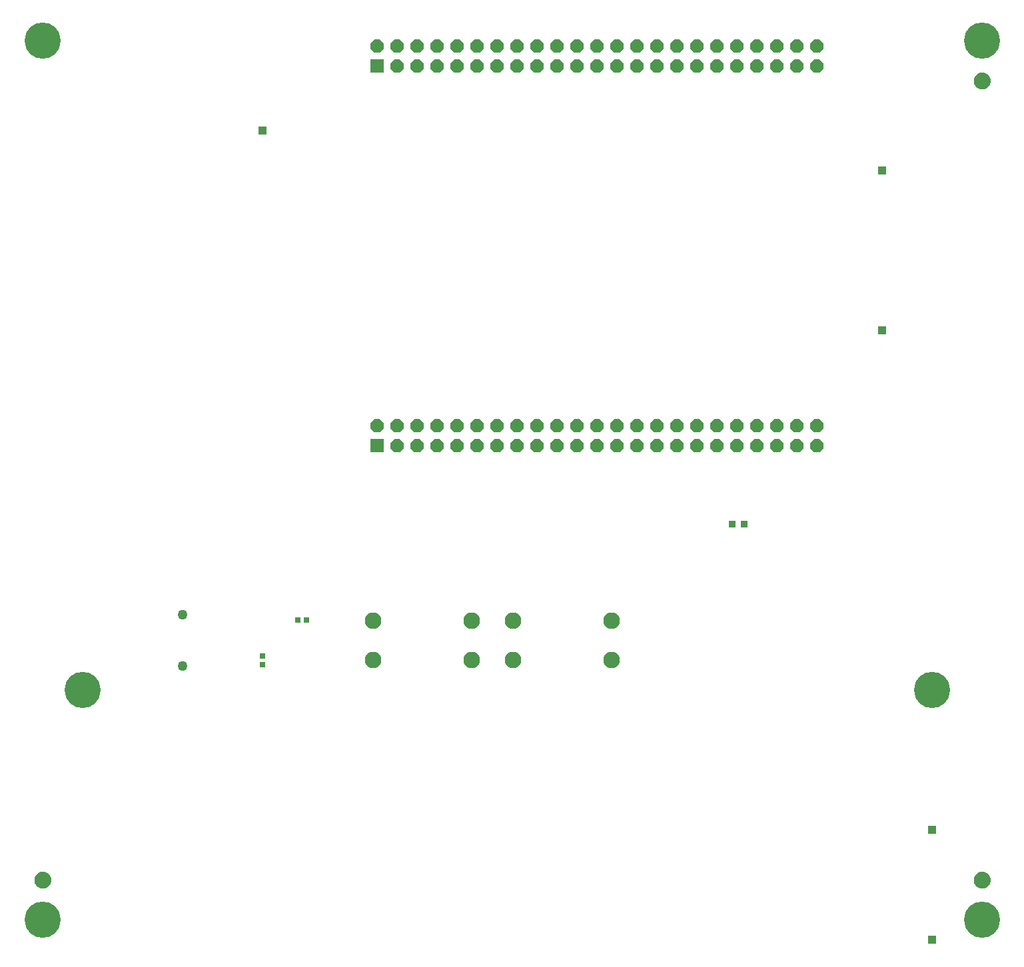
<source format=gbr>
G04 EAGLE Gerber RS-274X export*
G75*
%MOMM*%
%FSLAX34Y34*%
%LPD*%
%INSoldermask Top*%
%IPPOS*%
%AMOC8*
5,1,8,0,0,1.08239X$1,22.5*%
G01*
%ADD10R,1.676400X1.676400*%
%ADD11P,1.814519X8X22.500000*%
%ADD12R,1.057200X1.057200*%
%ADD13C,2.112400*%
%ADD14C,1.272400*%
%ADD15R,0.660400X0.762000*%
%ADD16R,0.762000X0.660400*%
%ADD17R,0.952400X0.952400*%
%ADD18C,4.597400*%
%ADD19C,0.609600*%
%ADD20C,1.168400*%


D10*
X476250Y1136650D03*
D11*
X476250Y1162050D03*
X501650Y1136650D03*
X501650Y1162050D03*
X527050Y1136650D03*
X527050Y1162050D03*
X552450Y1136650D03*
X552450Y1162050D03*
X577850Y1136650D03*
X577850Y1162050D03*
X603250Y1136650D03*
X603250Y1162050D03*
X628650Y1136650D03*
X628650Y1162050D03*
X654050Y1136650D03*
X654050Y1162050D03*
X679450Y1136650D03*
X679450Y1162050D03*
X704850Y1136650D03*
X704850Y1162050D03*
X730250Y1136650D03*
X730250Y1162050D03*
X755650Y1136650D03*
X755650Y1162050D03*
X781050Y1136650D03*
X781050Y1162050D03*
X806450Y1136650D03*
X806450Y1162050D03*
X831850Y1136650D03*
X831850Y1162050D03*
X857250Y1136650D03*
X857250Y1162050D03*
X882650Y1136650D03*
X882650Y1162050D03*
X908050Y1136650D03*
X908050Y1162050D03*
X933450Y1136650D03*
X933450Y1162050D03*
X958850Y1136650D03*
X958850Y1162050D03*
X984250Y1136650D03*
X984250Y1162050D03*
X1009650Y1136650D03*
X1009650Y1162050D03*
X1035050Y1136650D03*
X1035050Y1162050D03*
D10*
X476250Y654050D03*
D11*
X476250Y679450D03*
X501650Y654050D03*
X501650Y679450D03*
X527050Y654050D03*
X527050Y679450D03*
X552450Y654050D03*
X552450Y679450D03*
X577850Y654050D03*
X577850Y679450D03*
X603250Y654050D03*
X603250Y679450D03*
X628650Y654050D03*
X628650Y679450D03*
X654050Y654050D03*
X654050Y679450D03*
X679450Y654050D03*
X679450Y679450D03*
X704850Y654050D03*
X704850Y679450D03*
X730250Y654050D03*
X730250Y679450D03*
X755650Y654050D03*
X755650Y679450D03*
X781050Y654050D03*
X781050Y679450D03*
X806450Y654050D03*
X806450Y679450D03*
X831850Y654050D03*
X831850Y679450D03*
X857250Y654050D03*
X857250Y679450D03*
X882650Y654050D03*
X882650Y679450D03*
X908050Y654050D03*
X908050Y679450D03*
X933450Y654050D03*
X933450Y679450D03*
X958850Y654050D03*
X958850Y679450D03*
X984250Y654050D03*
X984250Y679450D03*
X1009650Y654050D03*
X1009650Y679450D03*
X1035050Y654050D03*
X1035050Y679450D03*
D12*
X330200Y1054100D03*
X1117600Y1003300D03*
X1117600Y800100D03*
X1181100Y165100D03*
X1181100Y25400D03*
D13*
X595900Y431400D03*
X595900Y381400D03*
X470900Y381400D03*
X470900Y431400D03*
X773700Y431400D03*
X773700Y381400D03*
X648700Y381400D03*
X648700Y431400D03*
D14*
X228600Y438900D03*
X228600Y373900D03*
D15*
X330200Y375412D03*
X330200Y386588D03*
D16*
X386588Y431800D03*
X375412Y431800D03*
D17*
X927220Y553720D03*
X942220Y553720D03*
D18*
X1181100Y342900D03*
X101600Y342900D03*
X50800Y50800D03*
X1244600Y50800D03*
X50800Y1168400D03*
X1244600Y1168400D03*
D19*
X43180Y101600D02*
X43182Y101787D01*
X43189Y101974D01*
X43201Y102161D01*
X43217Y102347D01*
X43237Y102533D01*
X43262Y102718D01*
X43292Y102903D01*
X43326Y103087D01*
X43365Y103270D01*
X43408Y103452D01*
X43456Y103632D01*
X43508Y103812D01*
X43565Y103990D01*
X43625Y104167D01*
X43691Y104342D01*
X43760Y104516D01*
X43834Y104688D01*
X43912Y104858D01*
X43994Y105026D01*
X44080Y105192D01*
X44170Y105356D01*
X44264Y105517D01*
X44362Y105677D01*
X44464Y105833D01*
X44570Y105988D01*
X44680Y106139D01*
X44793Y106288D01*
X44910Y106434D01*
X45030Y106577D01*
X45154Y106717D01*
X45281Y106854D01*
X45412Y106988D01*
X45546Y107119D01*
X45683Y107246D01*
X45823Y107370D01*
X45966Y107490D01*
X46112Y107607D01*
X46261Y107720D01*
X46412Y107830D01*
X46567Y107936D01*
X46723Y108038D01*
X46883Y108136D01*
X47044Y108230D01*
X47208Y108320D01*
X47374Y108406D01*
X47542Y108488D01*
X47712Y108566D01*
X47884Y108640D01*
X48058Y108709D01*
X48233Y108775D01*
X48410Y108835D01*
X48588Y108892D01*
X48768Y108944D01*
X48948Y108992D01*
X49130Y109035D01*
X49313Y109074D01*
X49497Y109108D01*
X49682Y109138D01*
X49867Y109163D01*
X50053Y109183D01*
X50239Y109199D01*
X50426Y109211D01*
X50613Y109218D01*
X50800Y109220D01*
X50987Y109218D01*
X51174Y109211D01*
X51361Y109199D01*
X51547Y109183D01*
X51733Y109163D01*
X51918Y109138D01*
X52103Y109108D01*
X52287Y109074D01*
X52470Y109035D01*
X52652Y108992D01*
X52832Y108944D01*
X53012Y108892D01*
X53190Y108835D01*
X53367Y108775D01*
X53542Y108709D01*
X53716Y108640D01*
X53888Y108566D01*
X54058Y108488D01*
X54226Y108406D01*
X54392Y108320D01*
X54556Y108230D01*
X54717Y108136D01*
X54877Y108038D01*
X55033Y107936D01*
X55188Y107830D01*
X55339Y107720D01*
X55488Y107607D01*
X55634Y107490D01*
X55777Y107370D01*
X55917Y107246D01*
X56054Y107119D01*
X56188Y106988D01*
X56319Y106854D01*
X56446Y106717D01*
X56570Y106577D01*
X56690Y106434D01*
X56807Y106288D01*
X56920Y106139D01*
X57030Y105988D01*
X57136Y105833D01*
X57238Y105677D01*
X57336Y105517D01*
X57430Y105356D01*
X57520Y105192D01*
X57606Y105026D01*
X57688Y104858D01*
X57766Y104688D01*
X57840Y104516D01*
X57909Y104342D01*
X57975Y104167D01*
X58035Y103990D01*
X58092Y103812D01*
X58144Y103632D01*
X58192Y103452D01*
X58235Y103270D01*
X58274Y103087D01*
X58308Y102903D01*
X58338Y102718D01*
X58363Y102533D01*
X58383Y102347D01*
X58399Y102161D01*
X58411Y101974D01*
X58418Y101787D01*
X58420Y101600D01*
X58418Y101413D01*
X58411Y101226D01*
X58399Y101039D01*
X58383Y100853D01*
X58363Y100667D01*
X58338Y100482D01*
X58308Y100297D01*
X58274Y100113D01*
X58235Y99930D01*
X58192Y99748D01*
X58144Y99568D01*
X58092Y99388D01*
X58035Y99210D01*
X57975Y99033D01*
X57909Y98858D01*
X57840Y98684D01*
X57766Y98512D01*
X57688Y98342D01*
X57606Y98174D01*
X57520Y98008D01*
X57430Y97844D01*
X57336Y97683D01*
X57238Y97523D01*
X57136Y97367D01*
X57030Y97212D01*
X56920Y97061D01*
X56807Y96912D01*
X56690Y96766D01*
X56570Y96623D01*
X56446Y96483D01*
X56319Y96346D01*
X56188Y96212D01*
X56054Y96081D01*
X55917Y95954D01*
X55777Y95830D01*
X55634Y95710D01*
X55488Y95593D01*
X55339Y95480D01*
X55188Y95370D01*
X55033Y95264D01*
X54877Y95162D01*
X54717Y95064D01*
X54556Y94970D01*
X54392Y94880D01*
X54226Y94794D01*
X54058Y94712D01*
X53888Y94634D01*
X53716Y94560D01*
X53542Y94491D01*
X53367Y94425D01*
X53190Y94365D01*
X53012Y94308D01*
X52832Y94256D01*
X52652Y94208D01*
X52470Y94165D01*
X52287Y94126D01*
X52103Y94092D01*
X51918Y94062D01*
X51733Y94037D01*
X51547Y94017D01*
X51361Y94001D01*
X51174Y93989D01*
X50987Y93982D01*
X50800Y93980D01*
X50613Y93982D01*
X50426Y93989D01*
X50239Y94001D01*
X50053Y94017D01*
X49867Y94037D01*
X49682Y94062D01*
X49497Y94092D01*
X49313Y94126D01*
X49130Y94165D01*
X48948Y94208D01*
X48768Y94256D01*
X48588Y94308D01*
X48410Y94365D01*
X48233Y94425D01*
X48058Y94491D01*
X47884Y94560D01*
X47712Y94634D01*
X47542Y94712D01*
X47374Y94794D01*
X47208Y94880D01*
X47044Y94970D01*
X46883Y95064D01*
X46723Y95162D01*
X46567Y95264D01*
X46412Y95370D01*
X46261Y95480D01*
X46112Y95593D01*
X45966Y95710D01*
X45823Y95830D01*
X45683Y95954D01*
X45546Y96081D01*
X45412Y96212D01*
X45281Y96346D01*
X45154Y96483D01*
X45030Y96623D01*
X44910Y96766D01*
X44793Y96912D01*
X44680Y97061D01*
X44570Y97212D01*
X44464Y97367D01*
X44362Y97523D01*
X44264Y97683D01*
X44170Y97844D01*
X44080Y98008D01*
X43994Y98174D01*
X43912Y98342D01*
X43834Y98512D01*
X43760Y98684D01*
X43691Y98858D01*
X43625Y99033D01*
X43565Y99210D01*
X43508Y99388D01*
X43456Y99568D01*
X43408Y99748D01*
X43365Y99930D01*
X43326Y100113D01*
X43292Y100297D01*
X43262Y100482D01*
X43237Y100667D01*
X43217Y100853D01*
X43201Y101039D01*
X43189Y101226D01*
X43182Y101413D01*
X43180Y101600D01*
D20*
X50800Y101600D03*
D19*
X1236980Y101600D02*
X1236982Y101787D01*
X1236989Y101974D01*
X1237001Y102161D01*
X1237017Y102347D01*
X1237037Y102533D01*
X1237062Y102718D01*
X1237092Y102903D01*
X1237126Y103087D01*
X1237165Y103270D01*
X1237208Y103452D01*
X1237256Y103632D01*
X1237308Y103812D01*
X1237365Y103990D01*
X1237425Y104167D01*
X1237491Y104342D01*
X1237560Y104516D01*
X1237634Y104688D01*
X1237712Y104858D01*
X1237794Y105026D01*
X1237880Y105192D01*
X1237970Y105356D01*
X1238064Y105517D01*
X1238162Y105677D01*
X1238264Y105833D01*
X1238370Y105988D01*
X1238480Y106139D01*
X1238593Y106288D01*
X1238710Y106434D01*
X1238830Y106577D01*
X1238954Y106717D01*
X1239081Y106854D01*
X1239212Y106988D01*
X1239346Y107119D01*
X1239483Y107246D01*
X1239623Y107370D01*
X1239766Y107490D01*
X1239912Y107607D01*
X1240061Y107720D01*
X1240212Y107830D01*
X1240367Y107936D01*
X1240523Y108038D01*
X1240683Y108136D01*
X1240844Y108230D01*
X1241008Y108320D01*
X1241174Y108406D01*
X1241342Y108488D01*
X1241512Y108566D01*
X1241684Y108640D01*
X1241858Y108709D01*
X1242033Y108775D01*
X1242210Y108835D01*
X1242388Y108892D01*
X1242568Y108944D01*
X1242748Y108992D01*
X1242930Y109035D01*
X1243113Y109074D01*
X1243297Y109108D01*
X1243482Y109138D01*
X1243667Y109163D01*
X1243853Y109183D01*
X1244039Y109199D01*
X1244226Y109211D01*
X1244413Y109218D01*
X1244600Y109220D01*
X1244787Y109218D01*
X1244974Y109211D01*
X1245161Y109199D01*
X1245347Y109183D01*
X1245533Y109163D01*
X1245718Y109138D01*
X1245903Y109108D01*
X1246087Y109074D01*
X1246270Y109035D01*
X1246452Y108992D01*
X1246632Y108944D01*
X1246812Y108892D01*
X1246990Y108835D01*
X1247167Y108775D01*
X1247342Y108709D01*
X1247516Y108640D01*
X1247688Y108566D01*
X1247858Y108488D01*
X1248026Y108406D01*
X1248192Y108320D01*
X1248356Y108230D01*
X1248517Y108136D01*
X1248677Y108038D01*
X1248833Y107936D01*
X1248988Y107830D01*
X1249139Y107720D01*
X1249288Y107607D01*
X1249434Y107490D01*
X1249577Y107370D01*
X1249717Y107246D01*
X1249854Y107119D01*
X1249988Y106988D01*
X1250119Y106854D01*
X1250246Y106717D01*
X1250370Y106577D01*
X1250490Y106434D01*
X1250607Y106288D01*
X1250720Y106139D01*
X1250830Y105988D01*
X1250936Y105833D01*
X1251038Y105677D01*
X1251136Y105517D01*
X1251230Y105356D01*
X1251320Y105192D01*
X1251406Y105026D01*
X1251488Y104858D01*
X1251566Y104688D01*
X1251640Y104516D01*
X1251709Y104342D01*
X1251775Y104167D01*
X1251835Y103990D01*
X1251892Y103812D01*
X1251944Y103632D01*
X1251992Y103452D01*
X1252035Y103270D01*
X1252074Y103087D01*
X1252108Y102903D01*
X1252138Y102718D01*
X1252163Y102533D01*
X1252183Y102347D01*
X1252199Y102161D01*
X1252211Y101974D01*
X1252218Y101787D01*
X1252220Y101600D01*
X1252218Y101413D01*
X1252211Y101226D01*
X1252199Y101039D01*
X1252183Y100853D01*
X1252163Y100667D01*
X1252138Y100482D01*
X1252108Y100297D01*
X1252074Y100113D01*
X1252035Y99930D01*
X1251992Y99748D01*
X1251944Y99568D01*
X1251892Y99388D01*
X1251835Y99210D01*
X1251775Y99033D01*
X1251709Y98858D01*
X1251640Y98684D01*
X1251566Y98512D01*
X1251488Y98342D01*
X1251406Y98174D01*
X1251320Y98008D01*
X1251230Y97844D01*
X1251136Y97683D01*
X1251038Y97523D01*
X1250936Y97367D01*
X1250830Y97212D01*
X1250720Y97061D01*
X1250607Y96912D01*
X1250490Y96766D01*
X1250370Y96623D01*
X1250246Y96483D01*
X1250119Y96346D01*
X1249988Y96212D01*
X1249854Y96081D01*
X1249717Y95954D01*
X1249577Y95830D01*
X1249434Y95710D01*
X1249288Y95593D01*
X1249139Y95480D01*
X1248988Y95370D01*
X1248833Y95264D01*
X1248677Y95162D01*
X1248517Y95064D01*
X1248356Y94970D01*
X1248192Y94880D01*
X1248026Y94794D01*
X1247858Y94712D01*
X1247688Y94634D01*
X1247516Y94560D01*
X1247342Y94491D01*
X1247167Y94425D01*
X1246990Y94365D01*
X1246812Y94308D01*
X1246632Y94256D01*
X1246452Y94208D01*
X1246270Y94165D01*
X1246087Y94126D01*
X1245903Y94092D01*
X1245718Y94062D01*
X1245533Y94037D01*
X1245347Y94017D01*
X1245161Y94001D01*
X1244974Y93989D01*
X1244787Y93982D01*
X1244600Y93980D01*
X1244413Y93982D01*
X1244226Y93989D01*
X1244039Y94001D01*
X1243853Y94017D01*
X1243667Y94037D01*
X1243482Y94062D01*
X1243297Y94092D01*
X1243113Y94126D01*
X1242930Y94165D01*
X1242748Y94208D01*
X1242568Y94256D01*
X1242388Y94308D01*
X1242210Y94365D01*
X1242033Y94425D01*
X1241858Y94491D01*
X1241684Y94560D01*
X1241512Y94634D01*
X1241342Y94712D01*
X1241174Y94794D01*
X1241008Y94880D01*
X1240844Y94970D01*
X1240683Y95064D01*
X1240523Y95162D01*
X1240367Y95264D01*
X1240212Y95370D01*
X1240061Y95480D01*
X1239912Y95593D01*
X1239766Y95710D01*
X1239623Y95830D01*
X1239483Y95954D01*
X1239346Y96081D01*
X1239212Y96212D01*
X1239081Y96346D01*
X1238954Y96483D01*
X1238830Y96623D01*
X1238710Y96766D01*
X1238593Y96912D01*
X1238480Y97061D01*
X1238370Y97212D01*
X1238264Y97367D01*
X1238162Y97523D01*
X1238064Y97683D01*
X1237970Y97844D01*
X1237880Y98008D01*
X1237794Y98174D01*
X1237712Y98342D01*
X1237634Y98512D01*
X1237560Y98684D01*
X1237491Y98858D01*
X1237425Y99033D01*
X1237365Y99210D01*
X1237308Y99388D01*
X1237256Y99568D01*
X1237208Y99748D01*
X1237165Y99930D01*
X1237126Y100113D01*
X1237092Y100297D01*
X1237062Y100482D01*
X1237037Y100667D01*
X1237017Y100853D01*
X1237001Y101039D01*
X1236989Y101226D01*
X1236982Y101413D01*
X1236980Y101600D01*
D20*
X1244600Y101600D03*
D19*
X1236980Y1117600D02*
X1236982Y1117787D01*
X1236989Y1117974D01*
X1237001Y1118161D01*
X1237017Y1118347D01*
X1237037Y1118533D01*
X1237062Y1118718D01*
X1237092Y1118903D01*
X1237126Y1119087D01*
X1237165Y1119270D01*
X1237208Y1119452D01*
X1237256Y1119632D01*
X1237308Y1119812D01*
X1237365Y1119990D01*
X1237425Y1120167D01*
X1237491Y1120342D01*
X1237560Y1120516D01*
X1237634Y1120688D01*
X1237712Y1120858D01*
X1237794Y1121026D01*
X1237880Y1121192D01*
X1237970Y1121356D01*
X1238064Y1121517D01*
X1238162Y1121677D01*
X1238264Y1121833D01*
X1238370Y1121988D01*
X1238480Y1122139D01*
X1238593Y1122288D01*
X1238710Y1122434D01*
X1238830Y1122577D01*
X1238954Y1122717D01*
X1239081Y1122854D01*
X1239212Y1122988D01*
X1239346Y1123119D01*
X1239483Y1123246D01*
X1239623Y1123370D01*
X1239766Y1123490D01*
X1239912Y1123607D01*
X1240061Y1123720D01*
X1240212Y1123830D01*
X1240367Y1123936D01*
X1240523Y1124038D01*
X1240683Y1124136D01*
X1240844Y1124230D01*
X1241008Y1124320D01*
X1241174Y1124406D01*
X1241342Y1124488D01*
X1241512Y1124566D01*
X1241684Y1124640D01*
X1241858Y1124709D01*
X1242033Y1124775D01*
X1242210Y1124835D01*
X1242388Y1124892D01*
X1242568Y1124944D01*
X1242748Y1124992D01*
X1242930Y1125035D01*
X1243113Y1125074D01*
X1243297Y1125108D01*
X1243482Y1125138D01*
X1243667Y1125163D01*
X1243853Y1125183D01*
X1244039Y1125199D01*
X1244226Y1125211D01*
X1244413Y1125218D01*
X1244600Y1125220D01*
X1244787Y1125218D01*
X1244974Y1125211D01*
X1245161Y1125199D01*
X1245347Y1125183D01*
X1245533Y1125163D01*
X1245718Y1125138D01*
X1245903Y1125108D01*
X1246087Y1125074D01*
X1246270Y1125035D01*
X1246452Y1124992D01*
X1246632Y1124944D01*
X1246812Y1124892D01*
X1246990Y1124835D01*
X1247167Y1124775D01*
X1247342Y1124709D01*
X1247516Y1124640D01*
X1247688Y1124566D01*
X1247858Y1124488D01*
X1248026Y1124406D01*
X1248192Y1124320D01*
X1248356Y1124230D01*
X1248517Y1124136D01*
X1248677Y1124038D01*
X1248833Y1123936D01*
X1248988Y1123830D01*
X1249139Y1123720D01*
X1249288Y1123607D01*
X1249434Y1123490D01*
X1249577Y1123370D01*
X1249717Y1123246D01*
X1249854Y1123119D01*
X1249988Y1122988D01*
X1250119Y1122854D01*
X1250246Y1122717D01*
X1250370Y1122577D01*
X1250490Y1122434D01*
X1250607Y1122288D01*
X1250720Y1122139D01*
X1250830Y1121988D01*
X1250936Y1121833D01*
X1251038Y1121677D01*
X1251136Y1121517D01*
X1251230Y1121356D01*
X1251320Y1121192D01*
X1251406Y1121026D01*
X1251488Y1120858D01*
X1251566Y1120688D01*
X1251640Y1120516D01*
X1251709Y1120342D01*
X1251775Y1120167D01*
X1251835Y1119990D01*
X1251892Y1119812D01*
X1251944Y1119632D01*
X1251992Y1119452D01*
X1252035Y1119270D01*
X1252074Y1119087D01*
X1252108Y1118903D01*
X1252138Y1118718D01*
X1252163Y1118533D01*
X1252183Y1118347D01*
X1252199Y1118161D01*
X1252211Y1117974D01*
X1252218Y1117787D01*
X1252220Y1117600D01*
X1252218Y1117413D01*
X1252211Y1117226D01*
X1252199Y1117039D01*
X1252183Y1116853D01*
X1252163Y1116667D01*
X1252138Y1116482D01*
X1252108Y1116297D01*
X1252074Y1116113D01*
X1252035Y1115930D01*
X1251992Y1115748D01*
X1251944Y1115568D01*
X1251892Y1115388D01*
X1251835Y1115210D01*
X1251775Y1115033D01*
X1251709Y1114858D01*
X1251640Y1114684D01*
X1251566Y1114512D01*
X1251488Y1114342D01*
X1251406Y1114174D01*
X1251320Y1114008D01*
X1251230Y1113844D01*
X1251136Y1113683D01*
X1251038Y1113523D01*
X1250936Y1113367D01*
X1250830Y1113212D01*
X1250720Y1113061D01*
X1250607Y1112912D01*
X1250490Y1112766D01*
X1250370Y1112623D01*
X1250246Y1112483D01*
X1250119Y1112346D01*
X1249988Y1112212D01*
X1249854Y1112081D01*
X1249717Y1111954D01*
X1249577Y1111830D01*
X1249434Y1111710D01*
X1249288Y1111593D01*
X1249139Y1111480D01*
X1248988Y1111370D01*
X1248833Y1111264D01*
X1248677Y1111162D01*
X1248517Y1111064D01*
X1248356Y1110970D01*
X1248192Y1110880D01*
X1248026Y1110794D01*
X1247858Y1110712D01*
X1247688Y1110634D01*
X1247516Y1110560D01*
X1247342Y1110491D01*
X1247167Y1110425D01*
X1246990Y1110365D01*
X1246812Y1110308D01*
X1246632Y1110256D01*
X1246452Y1110208D01*
X1246270Y1110165D01*
X1246087Y1110126D01*
X1245903Y1110092D01*
X1245718Y1110062D01*
X1245533Y1110037D01*
X1245347Y1110017D01*
X1245161Y1110001D01*
X1244974Y1109989D01*
X1244787Y1109982D01*
X1244600Y1109980D01*
X1244413Y1109982D01*
X1244226Y1109989D01*
X1244039Y1110001D01*
X1243853Y1110017D01*
X1243667Y1110037D01*
X1243482Y1110062D01*
X1243297Y1110092D01*
X1243113Y1110126D01*
X1242930Y1110165D01*
X1242748Y1110208D01*
X1242568Y1110256D01*
X1242388Y1110308D01*
X1242210Y1110365D01*
X1242033Y1110425D01*
X1241858Y1110491D01*
X1241684Y1110560D01*
X1241512Y1110634D01*
X1241342Y1110712D01*
X1241174Y1110794D01*
X1241008Y1110880D01*
X1240844Y1110970D01*
X1240683Y1111064D01*
X1240523Y1111162D01*
X1240367Y1111264D01*
X1240212Y1111370D01*
X1240061Y1111480D01*
X1239912Y1111593D01*
X1239766Y1111710D01*
X1239623Y1111830D01*
X1239483Y1111954D01*
X1239346Y1112081D01*
X1239212Y1112212D01*
X1239081Y1112346D01*
X1238954Y1112483D01*
X1238830Y1112623D01*
X1238710Y1112766D01*
X1238593Y1112912D01*
X1238480Y1113061D01*
X1238370Y1113212D01*
X1238264Y1113367D01*
X1238162Y1113523D01*
X1238064Y1113683D01*
X1237970Y1113844D01*
X1237880Y1114008D01*
X1237794Y1114174D01*
X1237712Y1114342D01*
X1237634Y1114512D01*
X1237560Y1114684D01*
X1237491Y1114858D01*
X1237425Y1115033D01*
X1237365Y1115210D01*
X1237308Y1115388D01*
X1237256Y1115568D01*
X1237208Y1115748D01*
X1237165Y1115930D01*
X1237126Y1116113D01*
X1237092Y1116297D01*
X1237062Y1116482D01*
X1237037Y1116667D01*
X1237017Y1116853D01*
X1237001Y1117039D01*
X1236989Y1117226D01*
X1236982Y1117413D01*
X1236980Y1117600D01*
D20*
X1244600Y1117600D03*
M02*

</source>
